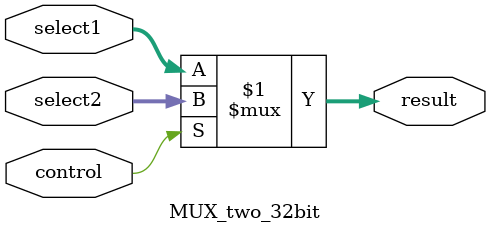
<source format=v>
`timescale 1ns / 1ps
module MUX_two_32bit(
    input [31:0] select1,
    input [31:0] select2,
    output [31:0] result,
    input control
    );
assign result=control?select2:select1;

endmodule

</source>
